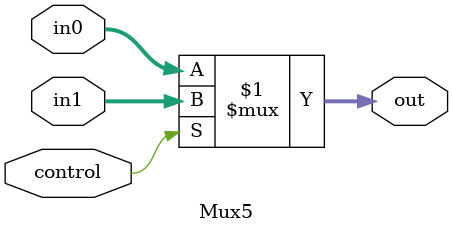
<source format=v>
`timescale 1ns / 1ns
module Mux5(
    input control,
    input[4:0] in0,
    input[4:0] in1,
    output[4:0] out
);
// 5线多路选择器
    assign out=control?in1:in0;
endmodule

</source>
